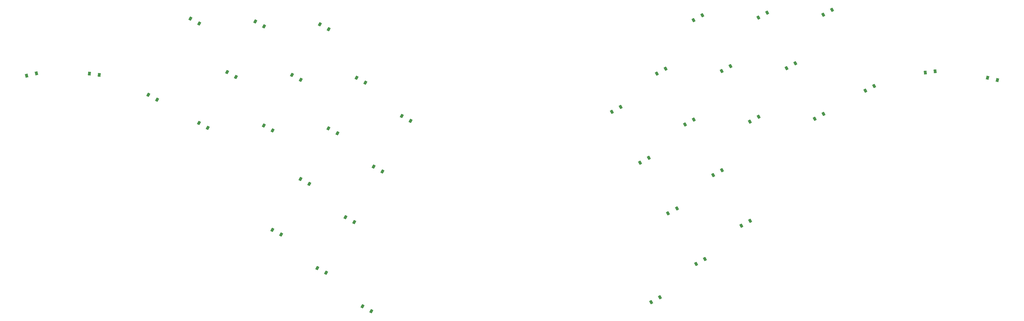
<source format=gbr>
%TF.GenerationSoftware,KiCad,Pcbnew,8.0.8-2.fc41*%
%TF.CreationDate,2025-01-20T23:27:37+01:00*%
%TF.ProjectId,laserraven_traced_and_silked_screws,6c617365-7272-4617-9665-6e5f74726163,1.0.0*%
%TF.SameCoordinates,Original*%
%TF.FileFunction,Paste,Top*%
%TF.FilePolarity,Positive*%
%FSLAX46Y46*%
G04 Gerber Fmt 4.6, Leading zero omitted, Abs format (unit mm)*
G04 Created by KiCad (PCBNEW 8.0.8-2.fc41) date 2025-01-20 23:27:37*
%MOMM*%
%LPD*%
G01*
G04 APERTURE LIST*
G04 Aperture macros list*
%AMRotRect*
0 Rectangle, with rotation*
0 The origin of the aperture is its center*
0 $1 length*
0 $2 width*
0 $3 Rotation angle, in degrees counterclockwise*
0 Add horizontal line*
21,1,$1,$2,0,0,$3*%
G04 Aperture macros list end*
%ADD10RotRect,0.900000X1.200000X331.000000*%
%ADD11RotRect,0.900000X1.200000X29.000000*%
%ADD12RotRect,0.900000X1.200000X352.500000*%
%ADD13RotRect,0.900000X1.200000X14.000000*%
%ADD14RotRect,0.900000X1.200000X7.500000*%
%ADD15RotRect,0.900000X1.200000X346.000000*%
G04 APERTURE END LIST*
D10*
%TO.C,D5*%
X117959228Y-148445692D03*
X120845474Y-150045564D03*
%TD*%
D11*
%TO.C,D22*%
X327081336Y-154543103D03*
X329967582Y-152943225D03*
%TD*%
%TO.C,D33*%
X253241141Y-178094415D03*
X256127387Y-176494537D03*
%TD*%
%TO.C,D23*%
X310463566Y-163754484D03*
X313349812Y-162154606D03*
%TD*%
D10*
%TO.C,D17*%
X132772014Y-200104007D03*
X135658260Y-201703879D03*
%TD*%
%TO.C,D19*%
X162323008Y-225173882D03*
X165209254Y-226773754D03*
%TD*%
D11*
%TO.C,D25*%
X292040799Y-130518932D03*
X294927045Y-128919054D03*
%TD*%
D10*
%TO.C,D15*%
X175181660Y-162785622D03*
X178067906Y-164385494D03*
%TD*%
%TO.C,D18*%
X147547512Y-212638941D03*
X150433758Y-214238813D03*
%TD*%
D11*
%TO.C,D31*%
X258805257Y-148941702D03*
X261691503Y-147341824D03*
%TD*%
D10*
%TO.C,D11*%
X151194779Y-166868453D03*
X154081025Y-168468325D03*
%TD*%
D11*
%TO.C,D26*%
X289240100Y-164656978D03*
X292126346Y-163057100D03*
%TD*%
%TO.C,D27*%
X280028717Y-148039205D03*
X282914963Y-146439327D03*
%TD*%
%TO.C,D32*%
X262452520Y-194712185D03*
X265338766Y-193112307D03*
%TD*%
D10*
%TO.C,D7*%
X129971314Y-165965963D03*
X132857560Y-167565835D03*
%TD*%
D12*
%TO.C,D2*%
X72802196Y-148948417D03*
X76073968Y-149379149D03*
%TD*%
D11*
%TO.C,D34*%
X244029758Y-161476637D03*
X246916004Y-159876759D03*
%TD*%
%TO.C,D38*%
X256888407Y-223864895D03*
X259774653Y-222265017D03*
%TD*%
D10*
%TO.C,D8*%
X139182692Y-149348187D03*
X142068938Y-150948059D03*
%TD*%
%TO.C,D6*%
X127170614Y-131827920D03*
X130056860Y-133427792D03*
%TD*%
%TO.C,D3*%
X92130074Y-155852085D03*
X95016320Y-157451957D03*
%TD*%
D11*
%TO.C,D36*%
X286439402Y-198795026D03*
X289325648Y-197195148D03*
%TD*%
D10*
%TO.C,D9*%
X148394081Y-132730413D03*
X151280327Y-134330285D03*
%TD*%
%TO.C,D12*%
X160406160Y-150250678D03*
X163292406Y-151850550D03*
%TD*%
%TO.C,D16*%
X105947148Y-130925423D03*
X108833394Y-132525295D03*
%TD*%
%TO.C,D13*%
X156758895Y-196021164D03*
X159645141Y-197621036D03*
%TD*%
D11*
%TO.C,D24*%
X301252184Y-147136709D03*
X304138430Y-145536831D03*
%TD*%
%TO.C,D28*%
X270817335Y-131421431D03*
X273703581Y-129821553D03*
%TD*%
D13*
%TO.C,D1*%
X52289001Y-149608815D03*
X55490981Y-148810475D03*
%TD*%
D11*
%TO.C,D35*%
X313264267Y-129616440D03*
X316150513Y-128016562D03*
%TD*%
D10*
%TO.C,D10*%
X141983398Y-183486236D03*
X144869644Y-185086108D03*
%TD*%
D14*
%TO.C,D21*%
X346724641Y-148595994D03*
X349996415Y-148165260D03*
%TD*%
D10*
%TO.C,D4*%
X108747848Y-165063464D03*
X111634094Y-166663336D03*
%TD*%
D11*
%TO.C,D29*%
X277228021Y-182177252D03*
X280114267Y-180577374D03*
%TD*%
%TO.C,D37*%
X271663906Y-211329959D03*
X274550152Y-209730081D03*
%TD*%
D10*
%TO.C,D14*%
X165970275Y-179403391D03*
X168856521Y-181003263D03*
%TD*%
D15*
%TO.C,D20*%
X367180737Y-150262004D03*
X370382715Y-151060344D03*
%TD*%
D11*
%TO.C,D30*%
X268016635Y-165559477D03*
X270902881Y-163959599D03*
%TD*%
M02*

</source>
